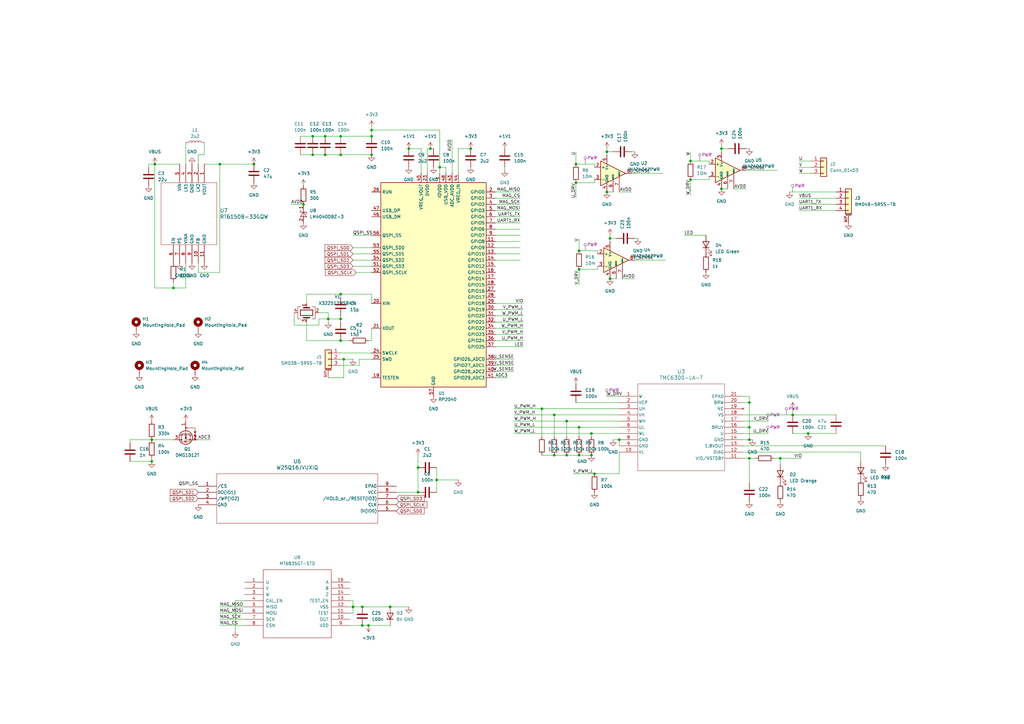
<source format=kicad_sch>
(kicad_sch (version 20230121) (generator eeschema)
  (paper "A3")
  (junction (at 250.19 114.3))
  (junction (at 90.17 67.31))
  (junction (at 227.33 170.18))
  (junction (at 193.04 60.96))
  (junction (at 237.49 186.69))
  (junction (at 124.46 83.82))
  (junction (at 237.49 110.49))
  (junction (at 140.97 147.32))
  (junction (at 248.92 62.23))
  (junction (at 144.78 248.92))
  (junction (at 237.49 102.87))
  (junction (at 242.57 177.8))
  (junction (at 148.59 248.92))
  (junction (at 320.04 187.96))
  (junction (at 232.41 186.69))
  (junction (at 139.7 130.81))
  (junction (at 307.34 175.26))
  (junction (at 151.13 256.54))
  (junction (at 236.22 67.31))
  (junction (at 62.23 189.23))
  (junction (at 307.34 180.34))
  (junction (at 237.49 175.26))
  (junction (at 179.07 196.85))
  (junction (at 307.34 187.96))
  (junction (at 243.84 194.31))
  (junction (at 139.7 63.5))
  (junction (at 171.45 191.77))
  (junction (at 63.5 67.31))
  (junction (at 331.47 177.8))
  (junction (at 139.7 139.7))
  (junction (at 139.7 120.65))
  (junction (at 133.35 63.5))
  (junction (at 104.14 67.31))
  (junction (at 283.21 73.66))
  (junction (at 71.12 118.11))
  (junction (at 128.27 55.88))
  (junction (at 307.34 165.1))
  (junction (at 133.35 55.88))
  (junction (at 62.23 180.34))
  (junction (at 254 180.34))
  (junction (at 295.91 77.47))
  (junction (at 236.22 74.93))
  (junction (at 148.59 256.54))
  (junction (at 134.62 130.81))
  (junction (at 295.91 60.96))
  (junction (at 180.34 68.58))
  (junction (at 248.92 78.74))
  (junction (at 152.4 55.88))
  (junction (at 139.7 55.88))
  (junction (at 167.64 60.96))
  (junction (at 227.33 186.69))
  (junction (at 232.41 172.72))
  (junction (at 171.45 201.93))
  (junction (at 222.25 167.64))
  (junction (at 242.57 186.69))
  (junction (at 176.53 60.96))
  (junction (at 152.4 63.5))
  (junction (at 325.12 170.18))
  (junction (at 250.19 97.79))
  (junction (at 283.21 66.04))
  (junction (at 152.4 53.34))
  (junction (at 128.27 63.5))
  (junction (at 160.02 248.92))
  (wire (pts (xy 180.34 71.12) (xy 180.34 68.58)))
  (wire (pts (xy 227.33 186.69) (xy 232.41 186.69)))
  (wire (pts (xy 63.5 118.11) (xy 63.5 67.31)))
  (wire (pts (xy 283.21 73.66) (xy 283.21 80.01)))
  (wire (pts (xy 139.7 129.54) (xy 139.7 130.81)))
  (wire (pts (xy 254 172.72) (xy 232.41 172.72)))
  (wire (pts (xy 53.34 180.34) (xy 62.23 180.34)))
  (wire (pts (xy 242.57 179.07) (xy 242.57 177.8)))
  (wire (pts (xy 152.4 106.68) (xy 144.78 106.68)))
  (wire (pts (xy 237.49 186.69) (xy 242.57 186.69)))
  (wire (pts (xy 307.34 165.1) (xy 307.34 175.26)))
  (wire (pts (xy 90.17 248.92) (xy 100.33 248.92)))
  (wire (pts (xy 210.82 167.64) (xy 222.25 167.64)))
  (wire (pts (xy 83.82 63.5) (xy 81.28 63.5)))
  (wire (pts (xy 144.78 109.22) (xy 152.4 109.22)))
  (wire (pts (xy 203.2 99.06) (xy 213.36 99.06)))
  (wire (pts (xy 250.19 96.52) (xy 250.19 97.79)))
  (wire (pts (xy 304.8 187.96) (xy 307.34 187.96)))
  (wire (pts (xy 210.82 175.26) (xy 237.49 175.26)))
  (wire (pts (xy 140.97 154.94) (xy 140.97 147.32)))
  (wire (pts (xy 304.8 177.8) (xy 314.96 177.8)))
  (wire (pts (xy 227.33 170.18) (xy 227.33 179.07)))
  (wire (pts (xy 96.52 246.38) (xy 96.52 259.08)))
  (wire (pts (xy 96.52 246.38) (xy 100.33 246.38)))
  (wire (pts (xy 176.53 60.96) (xy 177.8 60.96)))
  (wire (pts (xy 90.17 254) (xy 100.33 254)))
  (wire (pts (xy 210.82 170.18) (xy 227.33 170.18)))
  (wire (pts (xy 203.2 93.98) (xy 213.36 93.98)))
  (wire (pts (xy 125.73 132.08) (xy 125.73 139.7)))
  (wire (pts (xy 254 180.34) (xy 254 182.88)))
  (wire (pts (xy 139.7 147.32) (xy 140.97 147.32)))
  (wire (pts (xy 152.4 134.62) (xy 152.4 139.7)))
  (wire (pts (xy 180.34 68.58) (xy 180.34 53.34)))
  (wire (pts (xy 123.19 55.88) (xy 128.27 55.88)))
  (wire (pts (xy 139.7 55.88) (xy 152.4 55.88)))
  (wire (pts (xy 203.2 139.7) (xy 214.63 139.7)))
  (wire (pts (xy 203.2 101.6) (xy 213.36 101.6)))
  (wire (pts (xy 248.92 162.56) (xy 254 162.56)))
  (wire (pts (xy 327.66 68.58) (xy 332.74 68.58)))
  (wire (pts (xy 143.51 246.38) (xy 144.78 246.38)))
  (wire (pts (xy 203.2 81.28) (xy 213.36 81.28)))
  (wire (pts (xy 295.91 59.69) (xy 295.91 60.96)))
  (wire (pts (xy 251.46 180.34) (xy 254 180.34)))
  (wire (pts (xy 203.2 104.14) (xy 213.36 104.14)))
  (wire (pts (xy 290.83 73.66) (xy 290.83 72.39)))
  (wire (pts (xy 203.2 154.94) (xy 208.28 154.94)))
  (wire (pts (xy 175.26 60.96) (xy 176.53 60.96)))
  (wire (pts (xy 331.47 177.8) (xy 342.9 177.8)))
  (wire (pts (xy 237.49 102.87) (xy 245.11 102.87)))
  (wire (pts (xy 144.78 104.14) (xy 152.4 104.14)))
  (wire (pts (xy 248.92 62.23) (xy 248.92 63.5)))
  (wire (pts (xy 172.72 71.12) (xy 172.72 60.96)))
  (wire (pts (xy 242.57 177.8) (xy 254 177.8)))
  (wire (pts (xy 128.27 55.88) (xy 133.35 55.88)))
  (wire (pts (xy 143.51 251.46) (xy 144.78 251.46)))
  (wire (pts (xy 139.7 130.81) (xy 134.62 130.81)))
  (wire (pts (xy 152.4 139.7) (xy 151.13 139.7)))
  (wire (pts (xy 160.02 248.92) (xy 167.64 248.92)))
  (wire (pts (xy 250.19 114.3) (xy 252.73 114.3)))
  (wire (pts (xy 152.4 52.07) (xy 152.4 53.34)))
  (wire (pts (xy 254 194.31) (xy 254 185.42)))
  (wire (pts (xy 317.5 187.96) (xy 320.04 187.96)))
  (wire (pts (xy 130.81 133.35) (xy 130.81 130.81)))
  (wire (pts (xy 62.23 189.23) (xy 53.34 189.23)))
  (wire (pts (xy 120.65 128.27) (xy 120.65 133.35)))
  (wire (pts (xy 179.07 196.85) (xy 179.07 191.77)))
  (wire (pts (xy 128.27 63.5) (xy 133.35 63.5)))
  (wire (pts (xy 255.27 114.3) (xy 260.35 114.3)))
  (wire (pts (xy 81.28 63.5) (xy 81.28 67.31)))
  (wire (pts (xy 143.51 139.7) (xy 139.7 139.7)))
  (wire (pts (xy 71.12 118.11) (xy 76.2 118.11)))
  (wire (pts (xy 252.73 97.79) (xy 250.19 97.79)))
  (wire (pts (xy 237.49 175.26) (xy 237.49 179.07)))
  (wire (pts (xy 245.11 102.87) (xy 245.11 104.14)))
  (wire (pts (xy 203.2 129.54) (xy 214.63 129.54)))
  (wire (pts (xy 260.35 106.68) (xy 273.05 106.68)))
  (wire (pts (xy 280.67 96.52) (xy 289.56 96.52)))
  (wire (pts (xy 63.5 118.11) (xy 71.12 118.11)))
  (wire (pts (xy 304.8 170.18) (xy 325.12 170.18)))
  (wire (pts (xy 320.04 190.5) (xy 320.04 187.96)))
  (wire (pts (xy 151.13 256.54) (xy 160.02 256.54)))
  (wire (pts (xy 327.66 71.12) (xy 332.74 71.12)))
  (wire (pts (xy 234.95 194.31) (xy 243.84 194.31)))
  (wire (pts (xy 152.4 120.65) (xy 152.4 124.46)))
  (wire (pts (xy 162.56 201.93) (xy 171.45 201.93)))
  (wire (pts (xy 248.92 78.74) (xy 251.46 78.74)))
  (wire (pts (xy 283.21 73.66) (xy 290.83 73.66)))
  (wire (pts (xy 304.8 175.26) (xy 307.34 175.26)))
  (wire (pts (xy 139.7 63.5) (xy 152.4 63.5)))
  (wire (pts (xy 139.7 120.65) (xy 139.7 121.92)))
  (wire (pts (xy 232.41 186.69) (xy 237.49 186.69)))
  (wire (pts (xy 307.34 180.34) (xy 308.61 180.34)))
  (wire (pts (xy 139.7 130.81) (xy 139.7 132.08)))
  (wire (pts (xy 62.23 180.34) (xy 71.12 180.34)))
  (wire (pts (xy 304.8 185.42) (xy 353.06 185.42)))
  (wire (pts (xy 222.25 167.64) (xy 254 167.64)))
  (wire (pts (xy 210.82 177.8) (xy 242.57 177.8)))
  (wire (pts (xy 203.2 134.62) (xy 214.63 134.62)))
  (wire (pts (xy 144.78 248.92) (xy 144.78 251.46)))
  (wire (pts (xy 290.83 66.04) (xy 290.83 67.31)))
  (wire (pts (xy 81.28 107.95) (xy 81.28 111.76)))
  (wire (pts (xy 139.7 144.78) (xy 152.4 144.78)))
  (wire (pts (xy 248.92 60.96) (xy 248.92 62.23)))
  (wire (pts (xy 306.07 60.96) (xy 307.34 60.96)))
  (wire (pts (xy 119.38 83.82) (xy 124.46 83.82)))
  (wire (pts (xy 327.66 83.82) (xy 342.9 83.82)))
  (wire (pts (xy 148.59 256.54) (xy 151.13 256.54)))
  (wire (pts (xy 304.8 162.56) (xy 307.34 162.56)))
  (wire (pts (xy 152.4 53.34) (xy 152.4 55.88)))
  (wire (pts (xy 203.2 91.44) (xy 213.36 91.44)))
  (wire (pts (xy 146.05 111.76) (xy 152.4 111.76)))
  (wire (pts (xy 182.88 68.58) (xy 180.34 68.58)))
  (wire (pts (xy 143.51 256.54) (xy 148.59 256.54)))
  (wire (pts (xy 237.49 175.26) (xy 254 175.26)))
  (wire (pts (xy 125.73 120.65) (xy 125.73 124.46)))
  (wire (pts (xy 81.28 111.76) (xy 90.17 111.76)))
  (wire (pts (xy 327.66 66.04) (xy 332.74 66.04)))
  (wire (pts (xy 120.65 133.35) (xy 130.81 133.35)))
  (wire (pts (xy 203.2 152.4) (xy 210.82 152.4)))
  (wire (pts (xy 123.19 63.5) (xy 128.27 63.5)))
  (wire (pts (xy 180.34 53.34) (xy 152.4 53.34)))
  (wire (pts (xy 152.4 147.32) (xy 147.32 147.32)))
  (wire (pts (xy 140.97 147.32) (xy 144.78 147.32)))
  (wire (pts (xy 260.35 97.79) (xy 261.62 97.79)))
  (wire (pts (xy 144.78 101.6) (xy 152.4 101.6)))
  (wire (pts (xy 307.34 175.26) (xy 307.34 180.34)))
  (wire (pts (xy 243.84 194.31) (xy 254 194.31)))
  (wire (pts (xy 139.7 120.65) (xy 152.4 120.65)))
  (wire (pts (xy 62.23 187.96) (xy 62.23 189.23)))
  (wire (pts (xy 147.32 147.32) (xy 147.32 149.86)))
  (wire (pts (xy 148.59 248.92) (xy 160.02 248.92)))
  (wire (pts (xy 304.8 165.1) (xy 307.34 165.1)))
  (wire (pts (xy 175.26 71.12) (xy 175.26 60.96)))
  (wire (pts (xy 259.08 62.23) (xy 260.35 62.23)))
  (wire (pts (xy 179.07 201.93) (xy 179.07 196.85)))
  (wire (pts (xy 237.49 110.49) (xy 237.49 116.84)))
  (wire (pts (xy 325.12 177.8) (xy 331.47 177.8)))
  (wire (pts (xy 304.8 172.72) (xy 314.96 172.72)))
  (wire (pts (xy 203.2 86.36) (xy 213.36 86.36)))
  (wire (pts (xy 134.62 154.94) (xy 140.97 154.94)))
  (wire (pts (xy 304.8 182.88) (xy 363.22 182.88)))
  (wire (pts (xy 125.73 139.7) (xy 139.7 139.7)))
  (wire (pts (xy 193.04 60.96) (xy 187.96 60.96)))
  (wire (pts (xy 139.7 149.86) (xy 147.32 149.86)))
  (wire (pts (xy 295.91 60.96) (xy 295.91 62.23)))
  (wire (pts (xy 203.2 106.68) (xy 213.36 106.68)))
  (wire (pts (xy 203.2 149.86) (xy 210.82 149.86)))
  (wire (pts (xy 283.21 66.04) (xy 290.83 66.04)))
  (wire (pts (xy 251.46 62.23) (xy 248.92 62.23)))
  (wire (pts (xy 222.25 186.69) (xy 227.33 186.69)))
  (wire (pts (xy 203.2 142.24) (xy 214.63 142.24)))
  (wire (pts (xy 76.2 58.42) (xy 76.2 67.31)))
  (wire (pts (xy 60.96 67.31) (xy 63.5 67.31)))
  (wire (pts (xy 259.08 71.12) (xy 271.78 71.12)))
  (wire (pts (xy 134.62 130.81) (xy 134.62 132.08)))
  (wire (pts (xy 300.99 77.47) (xy 306.07 77.47)))
  (wire (pts (xy 320.04 187.96) (xy 328.93 187.96)))
  (wire (pts (xy 327.66 81.28) (xy 342.9 81.28)))
  (wire (pts (xy 203.2 83.82) (xy 213.36 83.82)))
  (wire (pts (xy 90.17 251.46) (xy 100.33 251.46)))
  (wire (pts (xy 53.34 181.61) (xy 53.34 180.34)))
  (wire (pts (xy 243.84 74.93) (xy 243.84 73.66)))
  (wire (pts (xy 245.11 110.49) (xy 245.11 109.22)))
  (wire (pts (xy 307.34 162.56) (xy 307.34 165.1)))
  (wire (pts (xy 353.06 185.42) (xy 353.06 189.23)))
  (wire (pts (xy 187.96 196.85) (xy 179.07 196.85)))
  (wire (pts (xy 236.22 74.93) (xy 236.22 81.28)))
  (wire (pts (xy 236.22 67.31) (xy 243.84 67.31)))
  (wire (pts (xy 210.82 172.72) (xy 232.41 172.72)))
  (wire (pts (xy 327.66 86.36) (xy 342.9 86.36)))
  (wire (pts (xy 295.91 77.47) (xy 298.45 77.47)))
  (wire (pts (xy 203.2 127) (xy 214.63 127)))
  (wire (pts (xy 144.78 96.52) (xy 152.4 96.52)))
  (wire (pts (xy 236.22 165.1) (xy 254 165.1)))
  (wire (pts (xy 250.19 97.79) (xy 250.19 99.06)))
  (wire (pts (xy 323.85 78.74) (xy 342.9 78.74)))
  (wire (pts (xy 134.62 128.27) (xy 130.81 128.27)))
  (wire (pts (xy 90.17 67.31) (xy 83.82 67.31)))
  (wire (pts (xy 237.49 110.49) (xy 245.11 110.49)))
  (wire (pts (xy 203.2 147.32) (xy 210.82 147.32)))
  (wire (pts (xy 243.84 67.31) (xy 243.84 68.58)))
  (wire (pts (xy 203.2 124.46) (xy 214.63 124.46)))
  (wire (pts (xy 325.12 170.18) (xy 342.9 170.18)))
  (wire (pts (xy 81.28 180.34) (xy 86.36 180.34)))
  (wire (pts (xy 283.21 62.23) (xy 283.21 66.04)))
  (wire (pts (xy 187.96 60.96) (xy 187.96 71.12)))
  (wire (pts (xy 60.96 67.31) (xy 60.96 68.58)))
  (wire (pts (xy 71.12 115.57) (xy 71.12 118.11)))
  (wire (pts (xy 171.45 191.77) (xy 171.45 201.93)))
  (wire (pts (xy 236.22 62.23) (xy 236.22 67.31)))
  (wire (pts (xy 227.33 170.18) (xy 254 170.18)))
  (wire (pts (xy 207.01 68.58) (xy 207.01 69.85)))
  (wire (pts (xy 144.78 246.38) (xy 144.78 248.92)))
  (wire (pts (xy 203.2 88.9) (xy 213.36 88.9)))
  (wire (pts (xy 134.62 130.81) (xy 134.62 128.27)))
  (wire (pts (xy 325.12 167.64) (xy 325.12 170.18)))
  (wire (pts (xy 90.17 67.31) (xy 90.17 111.76)))
  (wire (pts (xy 298.45 60.96) (xy 295.91 60.96)))
  (wire (pts (xy 182.88 71.12) (xy 182.88 68.58)))
  (wire (pts (xy 203.2 78.74) (xy 213.36 78.74)))
  (wire (pts (xy 143.51 248.92) (xy 144.78 248.92)))
  (wire (pts (xy 63.5 67.31) (xy 73.66 67.31)))
  (wire (pts (xy 237.49 97.79) (xy 237.49 102.87)))
  (wire (pts (xy 307.34 187.96) (xy 309.88 187.96)))
  (wire (pts (xy 125.73 120.65) (xy 139.7 120.65)))
  (wire (pts (xy 83.82 58.42) (xy 83.82 63.5)))
  (wire (pts (xy 90.17 67.31) (xy 104.14 67.31)))
  (wire (pts (xy 306.07 69.85) (xy 318.77 69.85)))
  (wire (pts (xy 254 78.74) (xy 259.08 78.74)))
  (wire (pts (xy 171.45 186.69) (xy 171.45 191.77)))
  (wire (pts (xy 133.35 55.88) (xy 139.7 55.88)))
  (wire (pts (xy 203.2 96.52) (xy 213.36 96.52)))
  (wire (pts (xy 130.81 130.81) (xy 134.62 130.81)))
  (wire (pts (xy 185.42 57.15) (xy 185.42 71.12)))
  (wire (pts (xy 76.2 107.95) (xy 76.2 118.11)))
  (wire (pts (xy 133.35 63.5) (xy 139.7 63.5)))
  (wire (pts (xy 222.25 167.64) (xy 222.25 179.07)))
  (wire (pts (xy 203.2 137.16) (xy 214.63 137.16)))
  (wire (pts (xy 172.72 60.96) (xy 167.64 60.96)))
  (wire (pts (xy 307.34 187.96) (xy 307.34 198.12)))
  (wire (pts (xy 144.78 248.92) (xy 148.59 248.92)))
  (wire (pts (xy 232.41 172.72) (xy 232.41 179.07)))
  (wire (pts (xy 203.2 132.08) (xy 214.63 132.08)))
  (wire (pts (xy 90.17 256.54) (xy 100.33 256.54)))
  (wire (pts (xy 304.8 180.34) (xy 307.34 180.34)))
  (wire (pts (xy 236.22 74.93) (xy 243.84 74.93)))
  (label "W_PWM_L" (at 214.63 129.54 180))
  (label "LED" (at 280.67 96.52 0))
  (label "MAG_CS" (at 213.36 81.28 180))
  (label "U_SENSE" (at 210.82 147.32 180))
  (label "U_DRV" (at 236.22 81.28 90))
  (label "AVDD" (at 119.38 83.82 0))
  (label "U_SENSE" (at 266.7 71.12 180))
  (label "VBUS" (at 327.66 81.28 0))
  (label "U_PWM_L" (at 210.82 175.26 0))
  (label "MAG_MOSI" (at 213.36 86.36 180))
  (label "U" (at 236.22 62.23 270))
  (label "LED" (at 214.63 142.24 180))
  (label "V" (at 237.49 97.79 270))
  (label "AVDD" (at 260.35 114.3 180))
  (label "V_PWM_H" (at 214.63 137.16 180))
  (label "UART1_TX" (at 327.66 83.82 0))
  (label "VIO" (at 214.63 124.46 180))
  (label "W" (at 327.66 71.12 0))
  (label "V_SENSE" (at 210.82 149.86 180))
  (label "UART1_RX" (at 213.36 91.44 180))
  (label "V_SENSE" (at 267.97 106.68 180))
  (label "ADC3" (at 203.2 154.94 0))
  (label "U_PWM_H" (at 210.82 167.64 0))
  (label "MAG_MISO" (at 213.36 78.74 180))
  (label "W_DRV" (at 248.92 162.56 0))
  (label "QSPI_SS" (at 81.28 199.39 180))
  (label "VIO" (at 328.93 187.96 180))
  (label "W_SENSE" (at 313.69 69.85 180))
  (label "U_DRV" (at 314.96 177.8 180))
  (label "U_PWM_L" (at 214.63 132.08 180))
  (label "V_DRV" (at 314.96 172.72 180))
  (label "UART1_TX" (at 213.36 88.9 180))
  (label "W_PWM_H" (at 214.63 134.62 180))
  (label "AVDD" (at 185.42 57.15 270))
  (label "MAG_CS" (at 90.17 256.54 0))
  (label "W_SENSE" (at 210.82 152.4 180))
  (label "U" (at 327.66 66.04 0))
  (label "MAG_MISO" (at 90.17 248.92 0))
  (label "ADC3" (at 81.28 180.34 0))
  (label "U_PWM_H" (at 214.63 139.7 180))
  (label "QSPI_SS" (at 144.78 96.52 0))
  (label "V_PWM_L" (at 214.63 127 180))
  (label "W" (at 283.21 62.23 270))
  (label "AVDD" (at 259.08 78.74 180))
  (label "V_DRV" (at 237.49 116.84 90))
  (label "W_DRV" (at 283.21 80.01 90))
  (label "AVDD" (at 306.07 77.47 180))
  (label "UART1_RX" (at 327.66 86.36 0))
  (label "V" (at 327.66 68.58 0))
  (label "MAG_SCK" (at 213.36 83.82 180))
  (label "MAG_SCK" (at 90.17 254 0))
  (label "V_PWM_L" (at 234.95 194.31 0))
  (label "MAG_MOSI" (at 90.17 251.46 0))
  (label "W_PWM_H" (at 210.82 172.72 0))
  (label "W_PWM_L" (at 210.82 177.8 0))
  (label "V_PWM_H" (at 210.82 170.18 0))
  (global_label "QSPI_SD2" (shape input) (at 144.78 106.68 180) (property "Intersheetrefs" "${INTERSHEET_REFS}" (effects hide)))
  (global_label "QSPI_SD3" (shape input) (at 144.78 109.22 180) (property "Intersheetrefs" "${INTERSHEET_REFS}" (effects hide)))
  (global_label "QSPI_SD1" (shape input) (at 144.78 104.14 180) (property "Intersheetrefs" "${INTERSHEET_REFS}" (effects hide)))
  (global_label "QSPI_SCLK" (shape input) (at 162.56 207.01 0) (property "Intersheetrefs" "${INTERSHEET_REFS}" (effects hide)))
  (global_label "QSPI_SD2" (shape input) (at 81.28 204.47 180) (property "Intersheetrefs" "${INTERSHEET_REFS}" (effects hide)))
  (global_label "QSPI_SD0" (shape input) (at 162.56 209.55 0) (property "Intersheetrefs" "${INTERSHEET_REFS}" (effects hide)))
  (global_label "QSPI_SD1" (shape input) (at 81.28 201.93 180) (property "Intersheetrefs" "${INTERSHEET_REFS}" (effects hide)))
  (global_label "QSPI_SCLK" (shape input) (at 146.05 111.76 180) (property "Intersheetrefs" "${INTERSHEET_REFS}" (effects hide)))
  (global_label "QSPI_SD0" (shape input) (at 144.78 101.6 180) (property "Intersheetrefs" "${INTERSHEET_REFS}" (effects hide)))
  (global_label "QSPI_SD3" (shape input) (at 162.56 204.47 0) (property "Intersheetrefs" "${INTERSHEET_REFS}" (effects hide)))
  (netclass_flag "" (length 2.54) (shape round) (at 322.58 170.18 0) (property "Netclass" "PWR" (at 323.2785 167.64 0) (effects (font italic) (justify left))))
  (netclass_flag "" (length 2.54) (shape round) (at 287.02 66.04 0) (property "Netclass" "PWR" (at 287.7185 63.5 0) (effects (font italic) (justify left))))
  (netclass_flag "" (length 2.54) (shape round) (at 314.96 172.72 0) (property "Netclass" "PWR" (at 315.6585 170.18 0) (effects (font italic) (justify left))))
  (netclass_flag "" (length 2.54) (shape round) (at 248.92 162.56 0) (property "Netclass" "PWR" (at 249.6185 160.02 0) (effects (font italic) (justify left))))
  (netclass_flag "" (length 2.54) (shape round) (at 240.03 102.87 0) (property "Netclass" "PWR" (at 240.7285 100.33 0) (effects (font italic) (justify left))))
  (netclass_flag "" (length 2.54) (shape round) (at 314.96 177.8 0) (property "Netclass" "PWR" (at 315.6585 175.26 0) (effects (font italic) (justify left))))
  (netclass_flag "" (length 2.54) (shape round) (at 325.12 78.74 0) (property "Netclass" "PWR" (at 325.8185 76.2 0) (effects (font italic) (justify left))))
  (netclass_flag "" (length 2.54) (shape round) (at 240.03 67.31 0) (property "Netclass" "PWR" (at 240.7285 64.77 0) (effects (font italic) (justify left))))
  (symbol (lib_id "MCU_RaspberryPi:RP2040") (at 177.8 116.84 0) (unit 1)
    (property "Reference" "U1" (at 179.7559 161.29 0) (effects (justify left)))
    (property "Value" "RP2040" (at 179.7559 163.83 0) (effects (justify left)))
    (property "Footprint" "Package_DFN_QFN:QFN-56-1EP_7x7mm_P0.4mm_EP3.2x3.2mm" (effects hide))
    (property "Datasheet" "https://datasheets.raspberrypi.com/rp2040/rp2040-datasheet.pdf" (effects hide))
  )
  (symbol (lib_id "power:VBUS") (at 236.22 157.48 0) (unit 1)
    (property "Reference" "#PWR043" (effects hide))
    (property "Value" "VBUS" (at 236.22 152.4 0))
  )
  (symbol (lib_id "Device:R") (at 222.25 182.88 180) (unit 1)
    (property "Reference" "R12" (at 224.79 181.61 0) (effects (justify right)))
    (property "Value" "100k" (at 224.79 184.15 0) (effects (justify right)))
    (property "Footprint" "Resistor_SMD:R_0402_1005Metric" (effects hide))
  )
  (symbol (lib_id "power:GND") (at 78.74 107.95 0) (unit 1)
    (property "Reference" "#PWR015" (effects hide))
    (property "Value" "GND" (at 78.74 113.03 0))
  )
  (symbol (lib_id "power:GND") (at 248.92 78.74 0) (unit 1)
    (property "Reference" "#PWR07" (effects hide))
    (property "Value" "GND" (at 248.92 83.82 0))
  )
  (symbol (lib_id "power:GND") (at 363.22 190.5 0) (unit 1)
    (property "Reference" "#PWR036" (effects hide))
    (property "Value" "GND" (at 363.22 195.58 0))
  )
  (symbol (lib_id "Device:C") (at 256.54 97.79 270) (unit 1)
    (property "Reference" "C23" (at 255.27 93.98 0) (effects (justify right)))
    (property "Value" "100n" (at 257.81 93.98 0) (effects (justify right)))
    (property "Footprint" "Capacitor_SMD:C_0201_0603Metric" (effects hide))
  )
  (symbol (lib_id "MT6835:MT6835GT-STD") (at 121.92 247.65 0) (unit 1)
    (property "Reference" "U9" (at 121.92 228.6 0))
    (property "Value" "MT6835GT-STD" (at 121.92 231.14 0))
    (property "Footprint" "Package_SO:TSSOP-16_4.4x5mm_P0.65mm" (effects hide))
    (property "Datasheet" "DOCUMENTATION" (effects hide))
    (property "JLCPCB Rotation Offset" "90" (effects hide))
  )
  (symbol (lib_id "Device:C") (at 236.22 161.29 180) (unit 1)
    (property "Reference" "C19" (at 240.03 160.02 0) (effects (justify right)))
    (property "Value" "100n" (at 240.03 162.56 0) (effects (justify right)))
    (property "Footprint" "Capacitor_SMD:C_0201_0603Metric" (effects hide))
  )
  (symbol (lib_id "power:VBUS") (at 325.12 167.64 0) (unit 1)
    (property "Reference" "#PWR042" (effects hide))
    (property "Value" "VBUS" (at 325.12 162.56 0))
  )
  (symbol (lib_id "Device:R") (at 232.41 182.88 180) (unit 1)
    (property "Reference" "R10" (at 234.95 181.61 0) (effects (justify right)))
    (property "Value" "100k" (at 234.95 184.15 0) (effects (justify right)))
    (property "Footprint" "Resistor_SMD:R_0402_1005Metric" (effects hide))
  )
  (symbol (lib_id "Device:C") (at 53.34 185.42 180) (unit 1)
    (property "Reference" "C16" (at 57.15 184.15 0) (effects (justify right)))
    (property "Value" "1n" (at 57.15 186.69 0) (effects (justify right)))
    (property "Footprint" "Capacitor_SMD:C_0201_0603Metric" (effects hide))
  )
  (symbol (lib_id "power:GND") (at 96.52 259.08 0) (unit 1)
    (property "Reference" "#PWR053" (effects hide))
    (property "Value" "GND" (at 96.52 264.16 0))
  )
  (symbol (lib_id "power:GND") (at 177.8 68.58 0) (unit 1)
    (property "Reference" "#PWR020" (effects hide))
    (property "Value" "GND" (at 177.8 73.66 0))
  )
  (symbol (lib_id "power:GND") (at 167.64 68.58 0) (unit 1)
    (property "Reference" "#PWR021" (effects hide))
    (property "Value" "GND" (at 167.64 73.66 0))
  )
  (symbol (lib_id "power:GND") (at 167.64 248.92 0) (unit 1)
    (property "Reference" "#PWR045" (effects hide))
    (property "Value" "GND" (at 167.64 254 0))
  )
  (symbol (lib_id "power:GND") (at 60.96 76.2 0) (unit 1)
    (property "Reference" "#PWR013" (effects hide))
    (property "Value" "GND" (at 60.96 81.28 0))
  )
  (symbol (lib_id "Device:L") (at 80.01 58.42 90) (unit 1)
    (property "Reference" "L1" (at 80.01 53.34 90))
    (property "Value" "2u2" (at 80.01 55.88 90))
    (property "Footprint" "Inductor_SMD:L_Changjiang_FNR5020S" (effects hide))
  )
  (symbol (lib_id "Device:C") (at 139.7 125.73 0) (unit 1)
    (property "Reference" "C4" (at 143.51 124.46 0) (effects (justify left)))
    (property "Value" "15p" (at 143.51 127 0) (effects (justify left)))
    (property "Footprint" "Capacitor_SMD:C_0201_0603Metric" (effects hide))
  )
  (symbol (lib_id "power:GND") (at 308.61 180.34 0) (unit 1)
    (property "Reference" "#PWR05" (effects hide))
    (property "Value" "GND" (at 308.61 185.42 0))
  )
  (symbol (lib_id "Device:C") (at 177.8 64.77 180) (unit 1)
    (property "Reference" "C8" (at 181.61 63.5 0) (effects (justify right)))
    (property "Value" "100n" (at 181.61 66.04 0) (effects (justify right)))
    (property "Footprint" "Capacitor_SMD:C_0201_0603Metric" (effects hide))
  )
  (symbol (lib_id "power:+3V3") (at 250.19 96.52 0) (unit 1)
    (property "Reference" "#PWR047" (effects hide))
    (property "Value" "+3V3" (at 250.19 91.44 0))
  )
  (symbol (lib_id "power:+3V3") (at 104.14 67.31 0) (unit 1)
    (property "Reference" "#PWR014" (effects hide))
    (property "Value" "+3V3" (at 104.14 62.23 0))
  )
  (symbol (lib_id "Device:R") (at 227.33 182.88 180) (unit 1)
    (property "Reference" "R11" (at 229.87 181.61 0) (effects (justify right)))
    (property "Value" "100k" (at 229.87 184.15 0) (effects (justify right)))
    (property "Footprint" "Resistor_SMD:R_0402_1005Metric" (effects hide))
  )
  (symbol (lib_id "power:GND") (at 187.96 196.85 0) (unit 1)
    (property "Reference" "#PWR02" (effects hide))
    (property "Value" "GND" (at 187.96 201.93 0))
  )
  (symbol (lib_id "power:GND") (at 347.98 91.44 0) (unit 1)
    (property "Reference" "#PWR059" (effects hide))
    (property "Value" "GND" (at 347.98 96.52 0))
  )
  (symbol (lib_id "Mechanical:MountingHole_Pad") (at 80.01 151.13 0) (unit 1) (in_bom no)
    (property "Reference" "H4" (at 82.55 148.59 0) (effects (justify left)))
    (property "Value" "MountingHole_Pad" (at 82.55 151.13 0) (effects (justify left)))
    (property "Footprint" "MountingHole:MountingHole_2.2mm_M2_Pad_Via" (effects hide))
  )
  (symbol (lib_id "power:+3V3") (at 248.92 60.96 0) (unit 1)
    (property "Reference" "#PWR034" (effects hide))
    (property "Value" "+3V3" (at 248.92 55.88 0))
  )
  (symbol (lib_id "Device:C") (at 123.19 59.69 180) (unit 1)
    (property "Reference" "C11" (at 120.65 50.8 0) (effects (justify right)))
    (property "Value" "100n" (at 120.65 53.34 0) (effects (justify right)))
    (property "Footprint" "Capacitor_SMD:C_0201_0603Metric" (effects hide))
  )
  (symbol (lib_id "W25Q16:W25Q16JVUXIQ") (at 81.28 199.39 0) (unit 1)
    (property "Reference" "U6" (at 121.92 189.23 0) (effects (font (size 1.524 1.524))))
    (property "Value" "W25Q16JVUXIQ" (at 121.92 191.77 0) (effects (font (size 1.524 1.524))))
    (property "Footprint" "W25Q16:W25Q16JVUXIQ_WIN" (effects hide))
    (property "Datasheet" "W25Q16JVUXIQ" (effects hide))
    (property "JLCPCB Rotation Offset" "-90" (effects hide))
  )
  (symbol (lib_id "Device:C") (at 363.22 186.69 180) (unit 1)
    (property "Reference" "C18" (at 367.03 185.42 0) (effects (justify right)))
    (property "Value" "100n" (at 367.03 187.96 0) (effects (justify right)))
    (property "Footprint" "Capacitor_SMD:C_0201_0603Metric" (effects hide))
  )
  (symbol (lib_id "Device:R") (at 124.46 80.01 180) (unit 1)
    (property "Reference" "R5" (at 127 78.74 0) (effects (justify right)))
    (property "Value" "300" (at 127 81.28 0) (effects (justify right)))
    (property "Footprint" "Resistor_SMD:R_0402_1005Metric" (effects hide))
  )
  (symbol (lib_id "Device:Crystal_GND24") (at 125.73 128.27 270) (unit 1)
    (property "Reference" "Y1" (at 138.43 121.8183 90))
    (property "Value" "X322512MSB4SI" (at 138.43 124.3583 90))
    (property "Footprint" "Crystal:Crystal_SMD_3225-4Pin_3.2x2.5mm" (effects hide))
  )
  (symbol (lib_id "Device:C") (at 302.26 60.96 270) (unit 1)
    (property "Reference" "C24" (at 300.99 57.15 0) (effects (justify right)))
    (property "Value" "100n" (at 303.53 57.15 0) (effects (justify right)))
    (property "Footprint" "Capacitor_SMD:C_0201_0603Metric" (effects hide))
  )
  (symbol (lib_id "Device:C") (at 207.01 64.77 180) (unit 1)
    (property "Reference" "C15" (at 210.82 63.5 0) (effects (justify right)))
    (property "Value" "100n" (at 210.82 66.04 0) (effects (justify right)))
    (property "Footprint" "Capacitor_SMD:C_0201_0603Metric" (effects hide))
  )
  (symbol (lib_id "Device:C") (at 60.96 72.39 0) (unit 1)
    (property "Reference" "C3" (at 64.77 71.12 0) (effects (justify left)))
    (property "Value" "22u" (at 64.77 73.66 0) (effects (justify left)))
    (property "Footprint" "Capacitor_SMD:C_0805_2012Metric" (effects hide))
  )
  (symbol (lib_id "Mechanical:MountingHole_Pad") (at 81.28 133.35 0) (unit 1) (in_bom no)
    (property "Reference" "H2" (at 83.82 130.81 0) (effects (justify left)))
    (property "Value" "MountingHole_Pad" (at 83.82 133.35 0) (effects (justify left)))
    (property "Footprint" "MountingHole:MountingHole_2.2mm_M2_Pad_Via" (effects hide))
  )
  (symbol (lib_id "power:GND") (at 353.06 204.47 0) (unit 1)
    (property "Reference" "#PWR039" (effects hide))
    (property "Value" "GND" (at 353.06 209.55 0))
  )
  (symbol (lib_id "power:GND") (at 57.15 153.67 0) (unit 1)
    (property "Reference" "#PWR056" (effects hide))
    (property "Value" "GND" (at 57.15 158.75 0))
  )
  (symbol (lib_id "Device:C") (at 139.7 135.89 0) (unit 1)
    (property "Reference" "C5" (at 143.51 134.62 0) (effects (justify left)))
    (property "Value" "15p" (at 143.51 137.16 0) (effects (justify left)))
    (property "Footprint" "Capacitor_SMD:C_0201_0603Metric" (effects hide))
  )
  (symbol (lib_id "Device:C") (at 133.35 59.69 180) (unit 1)
    (property "Reference" "C13" (at 132.08 50.8 0) (effects (justify right)))
    (property "Value" "100n" (at 132.08 53.34 0) (effects (justify right)))
    (property "Footprint" "Capacitor_SMD:C_0201_0603Metric" (effects hide))
  )
  (symbol (lib_id "Device:C") (at 325.12 173.99 180) (unit 1)
    (property "Reference" "C20" (at 328.93 172.72 0) (effects (justify right)))
    (property "Value" "100n" (at 328.93 175.26 0) (effects (justify right)))
    (property "Footprint" "Capacitor_SMD:C_0201_0603Metric" (effects hide))
  )
  (symbol (lib_id "Device:C") (at 152.4 59.69 180) (unit 1)
    (property "Reference" "C10" (at 156.21 58.42 0) (effects (justify right)))
    (property "Value" "100n" (at 156.21 60.96 0) (effects (justify right)))
    (property "Footprint" "Capacitor_SMD:C_0201_0603Metric" (effects hide))
  )
  (symbol (lib_id "Device:C") (at 104.14 71.12 0) (unit 1)
    (property "Reference" "C2" (at 107.95 69.85 0) (effects (justify left)))
    (property "Value" "47u" (at 107.95 72.39 0) (effects (justify left)))
    (property "Footprint" "Capacitor_SMD:C_0805_2012Metric" (effects hide))
  )
  (symbol (lib_id "RT6150B:RT6150B-33GQW") (at 83.82 67.31 270) (unit 1)
    (property "Reference" "U7" (at 90.17 86.36 90) (effects (font (size 1.524 1.524)) (justify left)))
    (property "Value" "RT6150B-33GQW" (at 90.17 88.9 90) (effects (font (size 1.524 1.524)) (justify left)))
    (property "Footprint" "RT6150B:10-WFDFN-EP_RIT-M" (effects hide))
    (property "Datasheet" "RT6150B-33GQW" (effects hide))
  )
  (symbol (lib_id "power:GND") (at 307.34 60.96 0) (unit 1)
    (property "Reference" "#PWR052" (effects hide))
    (property "Value" "GND" (at 307.34 66.04 0))
  )
  (symbol (lib_id "power:GND") (at 83.82 107.95 0) (unit 1)
    (property "Reference" "#PWR010" (effects hide))
    (property "Value" "GND" (at 83.82 113.03 0))
  )
  (symbol (lib_id "power:GND") (at 242.57 186.69 0) (unit 1)
    (property "Reference" "#PWR038" (effects hide))
    (property "Value" "GND" (at 238.76 189.23 0))
  )
  (symbol (lib_name "INA240A1PW_1") (lib_id "Amplifier_Current:INA240A1PW") (at 252.73 106.68 0) (unit 1)
    (property "Reference" "U4" (at 265.43 102.4891 0))
    (property "Value" "INA240A2PWR" (at 265.43 105.0291 0))
    (property "Footprint" "Package_SO:TSSOP-8_4.4x3mm_P0.65mm" (effects hide))
    (property "Datasheet" "http://www.ti.com/lit/ds/symlink/ina240.pdf" (effects hide))
    (property "JLCPCB Rotation Offset" "90" (effects hide))
  )
  (symbol (lib_id "Device:C") (at 167.64 64.77 180) (unit 1)
    (property "Reference" "C9" (at 171.45 63.5 0) (effects (justify right)))
    (property "Value" "2u2" (at 171.45 66.04 0) (effects (justify right)))
    (property "Footprint" "Capacitor_SMD:C_0402_1005Metric" (effects hide))
  )
  (symbol (lib_id "power:GND") (at 295.91 77.47 0) (unit 1)
    (property "Reference" "#PWR051" (effects hide))
    (property "Value" "GND" (at 295.91 82.55 0))
  )
  (symbol (lib_id "Device:C") (at 307.34 201.93 180) (unit 1)
    (property "Reference" "C22" (at 311.15 200.66 0) (effects (justify right)))
    (property "Value" "100n" (at 311.15 203.2 0) (effects (justify right)))
    (property "Footprint" "Capacitor_SMD:C_0201_0603Metric" (effects hide))
  )
  (symbol (lib_id "power:GND") (at 62.23 189.23 0) (unit 1)
    (property "Reference" "#PWR030" (effects hide))
    (property "Value" "GND" (at 62.23 194.31 0))
  )
  (symbol (lib_id "power:GND") (at 207.01 69.85 0) (unit 1)
    (property "Reference" "#PWR027" (effects hide))
    (property "Value" "GND" (at 207.01 74.93 0))
  )
  (symbol (lib_id "Device:R") (at 243.84 198.12 180) (unit 1)
    (property "Reference" "R7" (at 246.38 196.85 0) (effects (justify right)))
    (property "Value" "100k" (at 246.38 199.39 0) (effects (justify right)))
    (property "Footprint" "Resistor_SMD:R_0402_1005Metric" (effects hide))
  )
  (symbol (lib_id "power:+1V1") (at 207.01 60.96 0) (unit 1)
    (property "Reference" "#PWR026" (effects hide))
    (property "Value" "+1V1" (at 207.01 55.88 0))
  )
  (symbol (lib_id "Device:R") (at 62.23 176.53 180) (unit 1)
    (property "Reference" "R3" (at 64.77 175.26 0) (effects (justify right)))
    (property "Value" "330k" (at 64.77 177.8 0) (effects (justify right)))
    (property "Footprint" "Resistor_SMD:R_0402_1005Metric" (effects hide))
  )
  (symbol (lib_id "Device:R") (at 147.32 139.7 90) (unit 1)
    (property "Reference" "R2" (at 147.32 133.35 90))
    (property "Value" "1k" (at 147.32 135.89 90))
    (property "Footprint" "Resistor_SMD:R_0402_1005Metric" (effects hide))
  )
  (symbol (lib_id "power:GND") (at 124.46 91.44 0) (unit 1)
    (property "Reference" "#PWR032" (effects hide))
    (property "Value" "GND" (at 124.46 96.52 0))
  )
  (symbol (lib_id "power:+3V3") (at 193.04 60.96 0) (unit 1)
    (property "Reference" "#PWR024" (effects hide))
    (property "Value" "+3V3" (at 193.04 55.88 0))
  )
  (symbol (lib_id "power:GND") (at 243.84 201.93 0) (unit 1)
    (property "Reference" "#PWR037" (effects hide))
    (property "Value" "GND" (at 243.84 207.01 0))
  )
  (symbol (lib_id "Device:R") (at 237.49 182.88 180) (unit 1)
    (property "Reference" "R9" (at 240.03 181.61 0) (effects (justify right)))
    (property "Value" "100k" (at 240.03 184.15 0) (effects (justify right)))
    (property "Footprint" "Resistor_SMD:R_0402_1005Metric" (effects hide))
  )
  (symbol (lib_id "Device:R") (at 237.49 106.68 0) (unit 1)
    (property "Reference" "R16" (at 240.03 105.41 0) (effects (justify left)))
    (property "Value" "10m" (at 240.03 107.95 0) (effects (justify left)))
    (property "Footprint" "Resistor_SMD:R_0805_2012Metric" (effects hide))
  )
  (symbol (lib_id "power:+3V3") (at 76.2 172.72 0) (unit 1)
    (property "Reference" "#PWR031" (effects hide))
    (property "Value" "+3V3" (at 76.2 167.64 0))
  )
  (symbol (lib_id "Device:C") (at 148.59 252.73 180) (unit 1)
    (property "Reference" "C25" (at 152.4 251.46 0) (effects (justify right)))
    (property "Value" "100n" (at 152.4 254 0) (effects (justify right)))
    (property "Footprint" "Capacitor_SMD:C_0201_0603Metric" (effects hide))
  )
  (symbol (lib_id "power:GND") (at 250.19 114.3 0) (unit 1)
    (property "Reference" "#PWR048" (effects hide))
    (property "Value" "GND" (at 250.19 119.38 0))
  )
  (symbol (lib_id "power:+1V1") (at 176.53 60.96 0) (unit 1)
    (property "Reference" "#PWR023" (effects hide))
    (property "Value" "+1V1" (at 176.53 55.88 0))
  )
  (symbol (lib_id "power:GND") (at 289.56 111.76 0) (unit 1)
    (property "Reference" "#PWR054" (effects hide))
    (property "Value" "GND" (at 289.56 116.84 0))
  )
  (symbol (lib_id "power:+3V3") (at 124.46 76.2 0) (unit 1)
    (property "Reference" "#PWR033" (effects hide))
    (property "Value" "+3V3" (at 124.46 71.12 0))
  )
  (symbol (lib_id "power:+3V3") (at 152.4 52.07 0) (unit 1)
    (property "Reference" "#PWR019" (effects hide))
    (property "Value" "+3V3" (at 152.4 46.99 0))
  )
  (symbol (lib_id "Device:R") (at 353.06 200.66 180) (unit 1)
    (property "Reference" "R13" (at 355.6 199.39 0) (effects (justify right)))
    (property "Value" "470" (at 355.6 201.93 0) (effects (justify right)))
    (property "Footprint" "Resistor_SMD:R_0402_1005Metric" (effects hide))
  )
  (symbol (lib_id "Device:R") (at 236.22 71.12 0) (unit 1)
    (property "Reference" "R6" (at 238.76 69.85 0) (effects (justify left)))
    (property "Value" "10m" (at 238.76 72.39 0) (effects (justify left)))
    (property "Footprint" "Resistor_SMD:R_0805_2012Metric" (effects hide))
  )
  (symbol (lib_id "Connector_Generic_MountingPin:Conn_01x03_MountingPin") (at 134.62 147.32 0) (mirror y) (unit 1)
    (property "Reference" "J1" (at 132.08 146.4056 0) (effects (justify left)))
    (property "Value" "SM03B-SRSS-TB" (at 132.08 148.9456 0) (effects (justify left)))
    (property "Footprint" "Connector_JST:JST_SH_SM03B-SRSS-TB_1x03-1MP_P1.00mm_Horizontal" (effects hide))
  )
  (symbol (lib_id "Device:R") (at 289.56 107.95 180) (unit 1)
    (property "Reference" "R18" (at 292.1 106.68 0) (effects (justify right)))
    (property "Value" "1k" (at 292.1 109.22 0) (effects (justify right)))
    (property "Footprint" "Resistor_SMD:R_0402_1005Metric" (effects hide))
  )
  (symbol (lib_id "power:GND") (at 307.34 205.74 0) (unit 1)
    (property "Reference" "#PWR041" (effects hide))
    (property "Value" "GND" (at 307.34 210.82 0))
  )
  (symbol (lib_id "Mechanical:MountingHole_Pad") (at 55.88 133.35 0) (unit 1) (in_bom no)
    (property "Reference" "H1" (at 58.42 130.81 0) (effects (justify left)))
    (property "Value" "MountingHole_Pad" (at 58.42 133.35 0) (effects (justify left)))
    (property "Footprint" "MountingHole:MountingHole_2.2mm_M2_Pad_Via" (effects hide))
  )
  (symbol (lib_id "power:GND") (at 134.62 132.08 0) (unit 1)
    (property "Reference" "#PWR017" (effects hide))
    (property "Value" "GND" (at 134.62 137.16 0))
  )
  (symbol (lib_id "Amplifier_Current:INA240A1PW") (at 251.46 71.12 0) (unit 1)
    (property "Reference" "U2" (at 264.16 66.9291 0))
    (property "Value" "INA240A2PWR" (at 264.16 69.4691 0))
    (property "Footprint" "Package_SO:TSSOP-8_4.4x3mm_P0.65mm" (effects hide))
    (property "Datasheet" "http://www.ti.com/lit/ds/symlink/ina240.pdf" (effects hide))
    (property "JLCPCB Rotation Offset" "90" (effects hide))
  )
  (symbol (lib_id "power:GND") (at 144.78 147.32 0) (unit 1)
    (property "Reference" "#PWR08" (effects hide))
    (property "Value" "GND" (at 144.78 152.4 0))
  )
  (symbol (lib_id "Device:LED") (at 353.06 193.04 90) (unit 1)
    (property "Reference" "D1" (at 356.87 193.3575 90) (effects (justify right)))
    (property "Value" "LED Red" (at 356.87 195.8975 90) (effects (justify right)))
    (property "Footprint" "LED_SMD:LED_0805_2012Metric" (effects hide))
    (property "LCSC" "C84256" (effects hide))
  )
  (symbol (lib_id "Device:R") (at 242.57 182.88 180) (unit 1)
    (property "Reference" "R8" (at 245.11 181.61 0) (effects (justify right)))
    (property "Value" "100k" (at 245.11 184.15 0) (effects (justify right)))
    (property "Footprint" "Resistor_SMD:R_0402_1005Metric" (effects hide))
  )
  (symbol (lib_id "power:+3V3") (at 151.13 256.54 180) (unit 1)
    (property "Reference" "#PWR046" (effects hide))
    (property "Value" "+3V3" (at 151.13 261.62 0))
  )
  (symbol (lib_id "Reference_Voltage:LM4040DBZ-3") (at 124.46 87.63 90) (unit 1)
    (property "Reference" "U8" (at 127 86.36 90) (effects (justify right)))
    (property "Value" "LM4040DBZ-3" (at 127 88.9 90) (effects (justify right)))
    (property "Footprint" "Package_TO_SOT_SMD:SOT-23" (effects hide))
    (property "Datasheet" "http://www.ti.com/lit/ds/symlink/lm4040-n.pdf" (effects hide))
  )
  (symbol (lib_id "Device:R") (at 62.23 184.15 180) (unit 1)
    (property "Reference" "R4" (at 64.77 182.88 0) (effects (justify right)))
    (property "Value" "100k" (at 64.77 185.42 0) (effects (justify right)))
    (property "Footprint" "Resistor_SMD:R_0402_1005Metric" (effects hide))
  )
  (symbol (lib_id "power:GND") (at 81.28 135.89 0) (unit 1)
    (property "Reference" "#PWR055" (effects hide))
    (property "Value" "GND" (at 81.28 140.97 0))
  )
  (symbol (lib_id "power:GND") (at 80.01 153.67 0) (unit 1)
    (property "Reference" "#PWR057" (effects hide))
    (property "Value" "GND" (at 80.01 158.75 0))
  )
  (symbol (lib_id "Device:R") (at 283.21 69.85 0) (unit 1)
    (property "Reference" "R17" (at 285.75 68.58 0) (effects (justify left)))
    (property "Value" "10m" (at 285.75 71.12 0) (effects (justify left)))
    (property "Footprint" "Resistor_SMD:R_0805_2012Metric" (effects hide))
  )
  (symbol (lib_id "Device:LED") (at 289.56 100.33 90) (unit 1)
    (property "Reference" "D4" (at 293.37 100.6475 90) (effects (justify right)))
    (property "Value" "LED Green" (at 293.37 103.1875 90) (effects (justify right)))
    (property "Footprint" "LED_SMD:LED_0805_2012Metric" (effects hide))
    (property "LCSC" "C84260" (effects hide))
  )
  (symbol (lib_id "power:GND") (at 73.66 107.95 0) (unit 1)
    (property "Reference" "#PWR016" (effects hide))
    (property "Value" "GND" (at 73.66 113.03 0))
  )
  (symbol (lib_id "power:GND") (at 152.4 63.5 0) (unit 1)
    (property "Reference" "#PWR018" (effects hide))
    (property "Value" "GND" (at 152.4 68.58 0))
  )
  (symbol (lib_id "Device:C") (at 175.26 191.77 90) (unit 1)
    (property "Reference" "C1" (at 175.26 184.15 90))
    (property "Value" "2u2" (at 175.26 186.69 90))
    (property "Footprint" "Capacitor_SMD:C_0402_1005Metric" (effects hide))
  )
  (symbol (lib_id "power:GND") (at 260.35 62.23 0) (unit 1)
    (property "Reference" "#PWR035" (effects hide))
    (property "Value" "GND" (at 260.35 67.31 0))
  )
  (symbol (lib_id "power:GND") (at 331.47 177.8 0) (unit 1)
    (property "Reference" "#PWR044" (effects hide))
    (property "Value" "GND" (at 331.47 182.88 0))
  )
  (symbol (lib_id "Device:C") (at 175.26 201.93 90) (unit 1)
    (property "Reference" "C6" (at 175.26 194.31 90))
    (property "Value" "100n" (at 175.26 196.85 90))
    (property "Footprint" "Capacitor_SMD:C_0201_0603Metric" (effects hide))
  )
  (symbol (lib_id "power:GND") (at 320.04 205.74 0) (unit 1)
    (property "Reference" "#PWR040" (effects hide))
    (property "Value" "GND" (at 320.04 210.82 0))
  )
  (symbol (lib_id "Amplifier_Current:INA240A1PW") (at 298.45 69.85 0) (unit 1)
    (property "Reference" "U5" (at 311.15 65.6591 0))
    (property "Value" "INA240A2PWR" (at 311.15 68.1991 0))
    (property "Footprint" "Package_SO:TSSOP-8_4.4x3mm_P0.65mm" (effects hide))
    (property "Datasheet" "http://www.ti.com/lit/ds/symlink/ina240.pdf" (effects hide))
    (property "JLCPCB Rotation Offset" "90" (effects hide))
  )
  (symbol (lib_id "power:+3V3") (at 295.91 59.69 0) (unit 1)
    (property "Reference" "#PWR050" (effects hide))
    (property "Value" "+3V3" (at 295.91 54.61 0))
  )
  (symbol (lib_id "power:+1V1") (at 167.64 60.96 0) (unit 1)
    (property "Reference" "#PWR022" (effects hide))
    (property "Value" "+1V1" (at 167.64 55.88 0))
  )
  (symbol (lib_id "power:GND") (at 55.88 135.89 0) (unit 1)
    (property "Reference" "#PWR011" (effects hide))
    (property "Value" "GND" (at 55.88 140.97 0))
  )
  (symbol (lib_id "Device:R") (at 313.69 187.96 270) (unit 1)
    (property "Reference" "R15" (at 313.69 181.61 90))
    (property "Value" "470" (at 313.69 184.15 90))
    (property "Footprint" "Resistor_SMD:R_0402_1005Metric" (effects hide))
  )
  (symbol (lib_id "Connector_Generic:Conn_01x03") (at 337.82 68.58 0) (unit 1) (in_bom no)
    (property "Reference" "J2" (at 340.36 67.31 0) (effects (justify left)))
    (property "Value" "Conn_01x03" (at 340.36 69.85 0) (effects (justify left)))
    (property "Footprint" "Connector_PinHeader_2.54mm:PinHeader_1x03_P2.54mm_Vertical" (effects hide))
  )
  (symbol (lib_id "Mechanical:MountingHole_Pad") (at 57.15 151.13 0) (unit 1) (in_bom no)
    (property "Reference" "H3" (at 59.69 148.59 0) (effects (justify left)))
    (property "Value" "MountingHole_Pad" (at 59.69 151.13 0) (effects (justify left)))
    (property "Footprint" "MountingHole:MountingHole_2.2mm_M2_Pad_Via" (effects hide))
  )
  (symbol (lib_id "Device:C") (at 342.9 173.99 0) (unit 1)
    (property "Reference" "C21" (at 339.09 175.26 0) (effects (justify right)))
    (property "Value" "47u" (at 339.09 172.72 0) (effects (justify right)))
    (property "Footprint" "Capacitor_SMD:C_1210_3225Metric" (effects hide))
  )
  (symbol (lib_id "power:GND") (at 104.14 74.93 0) (unit 1)
    (property "Reference" "#PWR09" (effects hide))
    (property "Value" "GND" (at 104.14 80.01 0))
  )
  (symbol (lib_id "Device:D_Zener") (at 160.02 252.73 90) (unit 1)
    (property "Reference" "D3" (at 162.56 251.46 90) (effects (justify right)))
    (property "Value" "6V" (at 162.56 254 90) (effects (justify right)))
    (property "Footprint" "Diode_SMD:D_SOD-123" (effects hide))
    (property "JLCPCB Rotation Offset" "180" (effects hide))
  )
  (symbol (lib_id "power:GND") (at 177.8 162.56 0) (unit 1)
    (property "Reference" "#PWR04" (effects hide))
    (property "Value" "GND" (at 177.8 167.64 0))
  )
  (symbol (lib_id "Device:C") (at 255.27 62.23 270) (unit 1)
    (property "Reference" "C17" (at 254 58.42 0) (effects (justify right)))
    (property "Value" "100n" (at 256.54 58.42 0) (effects (justify right)))
    (property "Footprint" "Capacitor_SMD:C_0201_0603Metric" (effects hide))
  )
  (symbol (lib_id "power:GND") (at 78.74 67.31 180) (unit 1)
    (property "Reference" "#PWR012" (effects hide))
    (property "Value" "GND" (at 78.74 62.23 0))
  )
  (symbol (lib_id "Device:C") (at 128.27 59.69 180) (unit 1)
    (property "Reference" "C12" (at 127 50.8 0) (effects (justify right)))
    (property "Value" "100n" (at 127 53.34 0) (effects (justify right)))
    (property "Footprint" "Capacitor_SMD:C_0201_0603Metric" (effects hide))
  )
  (symbol (lib_id "Device:LED") (at 320.04 194.31 90) (unit 1)
    (property "Reference" "D2" (at 323.85 194.6275 90) (effects (justify right)))
    (property "Value" "LED Orange" (at 323.85 197.1675 90) (effects (justify right)))
    (property "Footprint" "LED_SMD:LED_0805_2012Metric" (effects hide))
    (property "LCSC" "C84262" (effects hide))
  )
  (symbol (lib_id "power:GND") (at 193.04 68.58 0) (unit 1)
    (property "Reference" "#PWR025" (effects hide))
    (property "Value" "GND" (at 193.04 73.66 0))
  )
  (symbol (lib_id "Device:C") (at 193.04 64.77 180) (unit 1)
    (property "Reference" "C7" (at 196.85 63.5 0) (effects (justify right)))
    (property "Value" "2u2" (at 196.85 66.04 0) (effects (justify right)))
    (property "Footprint" "Capacitor_SMD:C_0402_1005Metric" (effects hide))
  )
  (symbol (lib_id "power:+3V3") (at 171.45 186.69 0) (unit 1)
    (property "Reference" "#PWR01" (effects hide))
    (property "Value" "+3V3" (at 171.45 181.61 0))
  )
  (symbol (lib_id "power:VBUS") (at 62.23 172.72 0) (unit 1)
    (property "Reference" "#PWR029" (effects hide))
    (property "Value" "VBUS" (at 62.23 167.64 0))
  )
  (symbol (lib_id "TMC6300:TMC6300-LA") (at 254 162.56 0) (unit 1)
    (property "Reference" "U3" (at 279.4 152.4 0) (effects (font (size 1.524 1.524))))
    (property "Value" "TMC6300-LA-T" (at 279.4 154.94 0) (effects (font (size 1.524 1.524))))
    (property "Footprint" "TMC6300:QFN20_3x3_TRI" (effects hide))
    (property "Datasheet" "TMC6300-LA" (effects hide))
  )
  (symbol (lib_id "Device:C") (at 139.7 59.69 180) (unit 1)
    (property "Reference" "C14" (at 138.43 50.8 0) (effects (justify right)))
    (property "Value" "100n" (at 138.43 53.34 0) (effects (justify right)))
    (property "Footprint" "Capacitor_SMD:C_0201_0603Metric" (effects hide))
  )
  (symbol (lib_id "power:GND") (at 323.85 78.74 0) (unit 1)
    (property "Reference" "#PWR058" (effects hide))
    (property "Value" "GND" (at 323.85 83.82 0))
  )
  (symbol (lib_id "power:GND") (at 81.28 207.01 0) (unit 1)
    (property "Reference" "#PWR03" (effects hide))
    (property "Value" "GND" (at 81.28 212.09 0))
  )
  (symbol (lib_id "Device:R") (at 320.04 201.93 180) (unit 1)
    (property "Reference" "R14" (at 322.58 200.66 0) (effects (justify right)))
    (property "Value" "470" (at 322.58 203.2 0) (effects (justify right)))
    (property "Footprint" "Resistor_SMD:R_0402_1005Metric" (effects hide))
  )
  (symbol (lib_id "Device:R") (at 71.12 111.76 0) (unit 1)
    (property "Reference" "R1" (at 73.66 110.49 0) (effects (justify left)))
    (property "Value" "100k" (at 73.66 113.03 0) (effects (justify left)))
    (property "Footprint" "Resistor_SMD:R_0402_1005Metric" (effects hide))
  )
  (symbol (lib_id "power:GND") (at 251.46 180.34 0) (unit 1)
    (property "Reference" "#PWR06" (effects hide))
    (property "Value" "GND" (at 251.46 185.42 0))
  )
  (symbol (lib_id "Transistor_FET:DMG1012T") (at 76.2 177.8 90) (mirror x) (unit 1)
    (property "Reference" "Q1" (at 76.8985 184.15 90))
    (property "Value" "DMG1012T" (at 76.8985 186.69 90))
    (property "Footprint" "Package_TO_SOT_SMD:SOT-523" (effects hide))
    (property "Datasheet" "https://www.diodes.com/assets/Datasheets/ds31783.pdf" (effects hide))
  )
  (symbol (lib_id "power:VBUS") (at 63.5 67.31 0) (unit 1)
    (property "Reference" "#PWR028" (effects hide))
    (property "Value" "VBUS" (at 63.5 62.23 0))
  )
  (symbol (lib_id "Connector_Generic_MountingPin:Conn_01x04_MountingPin") (at 347.98 81.28 0) (unit 1)
    (property "Reference" "J3" (at 350.52 81.28 0) (effects (justify left)))
    (property "Value" "BM04B-SRSS-TB" (at 350.52 83.82 0) (effects (justify left)))
    (property "Footprint" "Connector_JST:JST_SH_BM04B-SRSS-TB_1x04-1MP_P1.00mm_Vertical" (effects hide))
  )
  (symbol (lib_id "power:GND") (at 261.62 97.79 0) (unit 1)
    (property "Reference" "#PWR049" (effects hide))
    (property "Value" "GND" (at 261.62 102.87 0))
  )
)
</source>
